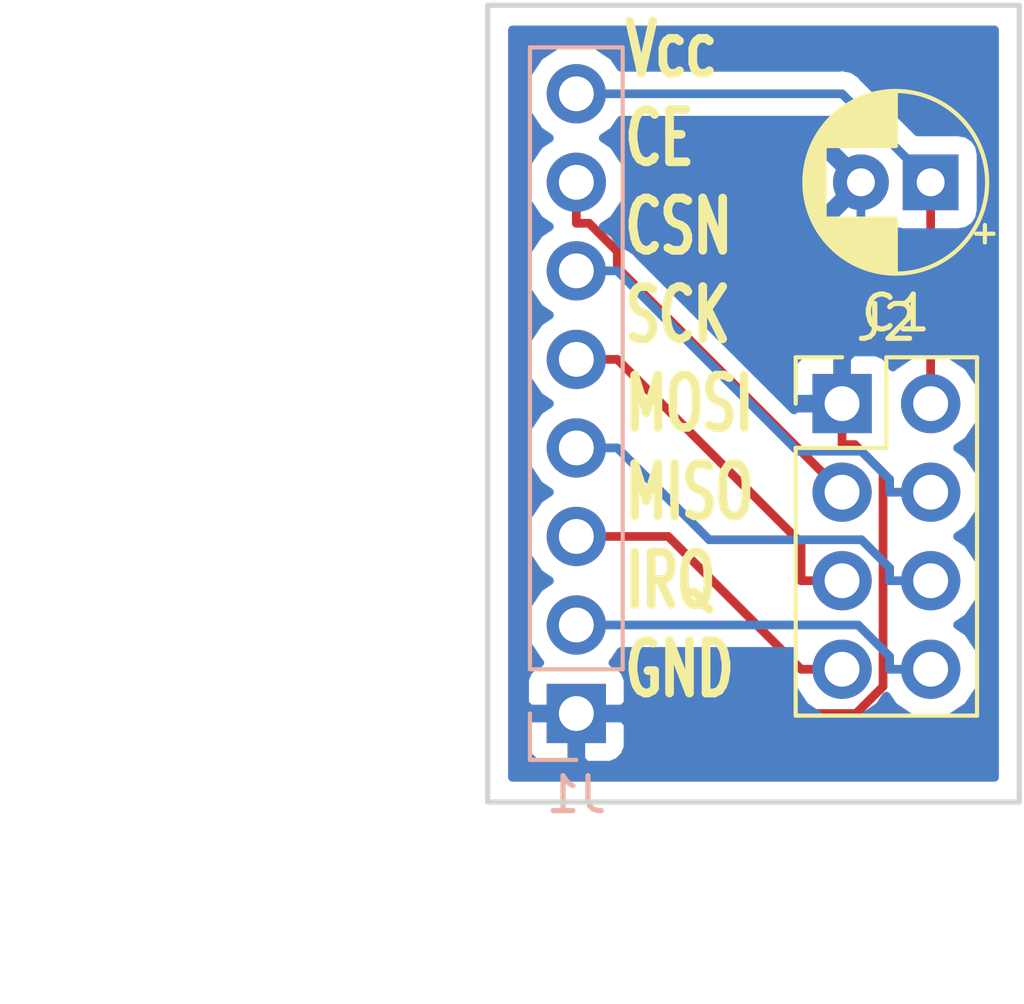
<source format=kicad_pcb>
(kicad_pcb (version 20171130) (host pcbnew 5.0.2+dfsg1-1~bpo9+1)

  (general
    (thickness 1.6)
    (drawings 14)
    (tracks 40)
    (zones 0)
    (modules 3)
    (nets 9)
  )

  (page A4)
  (layers
    (0 F.Cu signal)
    (31 B.Cu signal)
    (32 B.Adhes user)
    (33 F.Adhes user)
    (34 B.Paste user)
    (35 F.Paste user)
    (36 B.SilkS user)
    (37 F.SilkS user)
    (38 B.Mask user)
    (39 F.Mask user)
    (40 Dwgs.User user)
    (41 Cmts.User user)
    (42 Eco1.User user)
    (43 Eco2.User user)
    (44 Edge.Cuts user)
    (45 Margin user)
    (46 B.CrtYd user)
    (47 F.CrtYd user)
    (48 B.Fab user)
    (49 F.Fab user)
  )

  (setup
    (last_trace_width 0.25)
    (trace_clearance 0.2)
    (zone_clearance 0.508)
    (zone_45_only no)
    (trace_min 0.2)
    (segment_width 0.2)
    (edge_width 0.15)
    (via_size 0.8)
    (via_drill 0.4)
    (via_min_size 0.4)
    (via_min_drill 0.3)
    (uvia_size 0.3)
    (uvia_drill 0.1)
    (uvias_allowed no)
    (uvia_min_size 0.2)
    (uvia_min_drill 0.1)
    (pcb_text_width 0.3)
    (pcb_text_size 1.5 1.5)
    (mod_edge_width 0.15)
    (mod_text_size 1 1)
    (mod_text_width 0.15)
    (pad_size 1.524 1.524)
    (pad_drill 0.762)
    (pad_to_mask_clearance 0.051)
    (solder_mask_min_width 0.25)
    (aux_axis_origin 0 0)
    (grid_origin 125.73 78.74)
    (visible_elements FFFFFF7F)
    (pcbplotparams
      (layerselection 0x010f0_ffffffff)
      (usegerberextensions true)
      (usegerberattributes false)
      (usegerberadvancedattributes false)
      (creategerberjobfile false)
      (excludeedgelayer true)
      (linewidth 0.100000)
      (plotframeref false)
      (viasonmask false)
      (mode 1)
      (useauxorigin false)
      (hpglpennumber 1)
      (hpglpenspeed 20)
      (hpglpendiameter 15.000000)
      (psnegative false)
      (psa4output false)
      (plotreference true)
      (plotvalue true)
      (plotinvisibletext false)
      (padsonsilk false)
      (subtractmaskfromsilk false)
      (outputformat 1)
      (mirror false)
      (drillshape 0)
      (scaleselection 1)
      (outputdirectory "gerbers"))
  )

  (net 0 "")
  (net 1 "Net-(J1-Pad7)")
  (net 2 "Net-(J1-Pad6)")
  (net 3 "Net-(J1-Pad5)")
  (net 4 "Net-(J1-Pad4)")
  (net 5 "Net-(J1-Pad3)")
  (net 6 "Net-(J1-Pad2)")
  (net 7 GND)
  (net 8 VCC)

  (net_class Default "This is the default net class."
    (clearance 0.2)
    (trace_width 0.25)
    (via_dia 0.8)
    (via_drill 0.4)
    (uvia_dia 0.3)
    (uvia_drill 0.1)
    (add_net GND)
    (add_net "Net-(J1-Pad2)")
    (add_net "Net-(J1-Pad3)")
    (add_net "Net-(J1-Pad4)")
    (add_net "Net-(J1-Pad5)")
    (add_net "Net-(J1-Pad6)")
    (add_net "Net-(J1-Pad7)")
    (add_net VCC)
  )

  (module Capacitor_THT:CP_Radial_D5.0mm_P2.00mm (layer F.Cu) (tedit 5AE50EF0) (tstamp 5D0D468B)
    (at 138.43 60.96 180)
    (descr "CP, Radial series, Radial, pin pitch=2.00mm, , diameter=5mm, Electrolytic Capacitor")
    (tags "CP Radial series Radial pin pitch 2.00mm  diameter 5mm Electrolytic Capacitor")
    (path /5D00B4ED)
    (fp_text reference C1 (at 1 -3.75 180) (layer F.SilkS)
      (effects (font (size 1 1) (thickness 0.15)))
    )
    (fp_text value 10u (at 1 3.75 180) (layer F.Fab)
      (effects (font (size 1 1) (thickness 0.15)))
    )
    (fp_circle (center 1 0) (end 3.5 0) (layer F.Fab) (width 0.1))
    (fp_circle (center 1 0) (end 3.62 0) (layer F.SilkS) (width 0.12))
    (fp_circle (center 1 0) (end 3.75 0) (layer F.CrtYd) (width 0.05))
    (fp_line (start -1.133605 -1.0875) (end -0.633605 -1.0875) (layer F.Fab) (width 0.1))
    (fp_line (start -0.883605 -1.3375) (end -0.883605 -0.8375) (layer F.Fab) (width 0.1))
    (fp_line (start 1 1.04) (end 1 2.58) (layer F.SilkS) (width 0.12))
    (fp_line (start 1 -2.58) (end 1 -1.04) (layer F.SilkS) (width 0.12))
    (fp_line (start 1.04 1.04) (end 1.04 2.58) (layer F.SilkS) (width 0.12))
    (fp_line (start 1.04 -2.58) (end 1.04 -1.04) (layer F.SilkS) (width 0.12))
    (fp_line (start 1.08 -2.579) (end 1.08 -1.04) (layer F.SilkS) (width 0.12))
    (fp_line (start 1.08 1.04) (end 1.08 2.579) (layer F.SilkS) (width 0.12))
    (fp_line (start 1.12 -2.578) (end 1.12 -1.04) (layer F.SilkS) (width 0.12))
    (fp_line (start 1.12 1.04) (end 1.12 2.578) (layer F.SilkS) (width 0.12))
    (fp_line (start 1.16 -2.576) (end 1.16 -1.04) (layer F.SilkS) (width 0.12))
    (fp_line (start 1.16 1.04) (end 1.16 2.576) (layer F.SilkS) (width 0.12))
    (fp_line (start 1.2 -2.573) (end 1.2 -1.04) (layer F.SilkS) (width 0.12))
    (fp_line (start 1.2 1.04) (end 1.2 2.573) (layer F.SilkS) (width 0.12))
    (fp_line (start 1.24 -2.569) (end 1.24 -1.04) (layer F.SilkS) (width 0.12))
    (fp_line (start 1.24 1.04) (end 1.24 2.569) (layer F.SilkS) (width 0.12))
    (fp_line (start 1.28 -2.565) (end 1.28 -1.04) (layer F.SilkS) (width 0.12))
    (fp_line (start 1.28 1.04) (end 1.28 2.565) (layer F.SilkS) (width 0.12))
    (fp_line (start 1.32 -2.561) (end 1.32 -1.04) (layer F.SilkS) (width 0.12))
    (fp_line (start 1.32 1.04) (end 1.32 2.561) (layer F.SilkS) (width 0.12))
    (fp_line (start 1.36 -2.556) (end 1.36 -1.04) (layer F.SilkS) (width 0.12))
    (fp_line (start 1.36 1.04) (end 1.36 2.556) (layer F.SilkS) (width 0.12))
    (fp_line (start 1.4 -2.55) (end 1.4 -1.04) (layer F.SilkS) (width 0.12))
    (fp_line (start 1.4 1.04) (end 1.4 2.55) (layer F.SilkS) (width 0.12))
    (fp_line (start 1.44 -2.543) (end 1.44 -1.04) (layer F.SilkS) (width 0.12))
    (fp_line (start 1.44 1.04) (end 1.44 2.543) (layer F.SilkS) (width 0.12))
    (fp_line (start 1.48 -2.536) (end 1.48 -1.04) (layer F.SilkS) (width 0.12))
    (fp_line (start 1.48 1.04) (end 1.48 2.536) (layer F.SilkS) (width 0.12))
    (fp_line (start 1.52 -2.528) (end 1.52 -1.04) (layer F.SilkS) (width 0.12))
    (fp_line (start 1.52 1.04) (end 1.52 2.528) (layer F.SilkS) (width 0.12))
    (fp_line (start 1.56 -2.52) (end 1.56 -1.04) (layer F.SilkS) (width 0.12))
    (fp_line (start 1.56 1.04) (end 1.56 2.52) (layer F.SilkS) (width 0.12))
    (fp_line (start 1.6 -2.511) (end 1.6 -1.04) (layer F.SilkS) (width 0.12))
    (fp_line (start 1.6 1.04) (end 1.6 2.511) (layer F.SilkS) (width 0.12))
    (fp_line (start 1.64 -2.501) (end 1.64 -1.04) (layer F.SilkS) (width 0.12))
    (fp_line (start 1.64 1.04) (end 1.64 2.501) (layer F.SilkS) (width 0.12))
    (fp_line (start 1.68 -2.491) (end 1.68 -1.04) (layer F.SilkS) (width 0.12))
    (fp_line (start 1.68 1.04) (end 1.68 2.491) (layer F.SilkS) (width 0.12))
    (fp_line (start 1.721 -2.48) (end 1.721 -1.04) (layer F.SilkS) (width 0.12))
    (fp_line (start 1.721 1.04) (end 1.721 2.48) (layer F.SilkS) (width 0.12))
    (fp_line (start 1.761 -2.468) (end 1.761 -1.04) (layer F.SilkS) (width 0.12))
    (fp_line (start 1.761 1.04) (end 1.761 2.468) (layer F.SilkS) (width 0.12))
    (fp_line (start 1.801 -2.455) (end 1.801 -1.04) (layer F.SilkS) (width 0.12))
    (fp_line (start 1.801 1.04) (end 1.801 2.455) (layer F.SilkS) (width 0.12))
    (fp_line (start 1.841 -2.442) (end 1.841 -1.04) (layer F.SilkS) (width 0.12))
    (fp_line (start 1.841 1.04) (end 1.841 2.442) (layer F.SilkS) (width 0.12))
    (fp_line (start 1.881 -2.428) (end 1.881 -1.04) (layer F.SilkS) (width 0.12))
    (fp_line (start 1.881 1.04) (end 1.881 2.428) (layer F.SilkS) (width 0.12))
    (fp_line (start 1.921 -2.414) (end 1.921 -1.04) (layer F.SilkS) (width 0.12))
    (fp_line (start 1.921 1.04) (end 1.921 2.414) (layer F.SilkS) (width 0.12))
    (fp_line (start 1.961 -2.398) (end 1.961 -1.04) (layer F.SilkS) (width 0.12))
    (fp_line (start 1.961 1.04) (end 1.961 2.398) (layer F.SilkS) (width 0.12))
    (fp_line (start 2.001 -2.382) (end 2.001 -1.04) (layer F.SilkS) (width 0.12))
    (fp_line (start 2.001 1.04) (end 2.001 2.382) (layer F.SilkS) (width 0.12))
    (fp_line (start 2.041 -2.365) (end 2.041 -1.04) (layer F.SilkS) (width 0.12))
    (fp_line (start 2.041 1.04) (end 2.041 2.365) (layer F.SilkS) (width 0.12))
    (fp_line (start 2.081 -2.348) (end 2.081 -1.04) (layer F.SilkS) (width 0.12))
    (fp_line (start 2.081 1.04) (end 2.081 2.348) (layer F.SilkS) (width 0.12))
    (fp_line (start 2.121 -2.329) (end 2.121 -1.04) (layer F.SilkS) (width 0.12))
    (fp_line (start 2.121 1.04) (end 2.121 2.329) (layer F.SilkS) (width 0.12))
    (fp_line (start 2.161 -2.31) (end 2.161 -1.04) (layer F.SilkS) (width 0.12))
    (fp_line (start 2.161 1.04) (end 2.161 2.31) (layer F.SilkS) (width 0.12))
    (fp_line (start 2.201 -2.29) (end 2.201 -1.04) (layer F.SilkS) (width 0.12))
    (fp_line (start 2.201 1.04) (end 2.201 2.29) (layer F.SilkS) (width 0.12))
    (fp_line (start 2.241 -2.268) (end 2.241 -1.04) (layer F.SilkS) (width 0.12))
    (fp_line (start 2.241 1.04) (end 2.241 2.268) (layer F.SilkS) (width 0.12))
    (fp_line (start 2.281 -2.247) (end 2.281 -1.04) (layer F.SilkS) (width 0.12))
    (fp_line (start 2.281 1.04) (end 2.281 2.247) (layer F.SilkS) (width 0.12))
    (fp_line (start 2.321 -2.224) (end 2.321 -1.04) (layer F.SilkS) (width 0.12))
    (fp_line (start 2.321 1.04) (end 2.321 2.224) (layer F.SilkS) (width 0.12))
    (fp_line (start 2.361 -2.2) (end 2.361 -1.04) (layer F.SilkS) (width 0.12))
    (fp_line (start 2.361 1.04) (end 2.361 2.2) (layer F.SilkS) (width 0.12))
    (fp_line (start 2.401 -2.175) (end 2.401 -1.04) (layer F.SilkS) (width 0.12))
    (fp_line (start 2.401 1.04) (end 2.401 2.175) (layer F.SilkS) (width 0.12))
    (fp_line (start 2.441 -2.149) (end 2.441 -1.04) (layer F.SilkS) (width 0.12))
    (fp_line (start 2.441 1.04) (end 2.441 2.149) (layer F.SilkS) (width 0.12))
    (fp_line (start 2.481 -2.122) (end 2.481 -1.04) (layer F.SilkS) (width 0.12))
    (fp_line (start 2.481 1.04) (end 2.481 2.122) (layer F.SilkS) (width 0.12))
    (fp_line (start 2.521 -2.095) (end 2.521 -1.04) (layer F.SilkS) (width 0.12))
    (fp_line (start 2.521 1.04) (end 2.521 2.095) (layer F.SilkS) (width 0.12))
    (fp_line (start 2.561 -2.065) (end 2.561 -1.04) (layer F.SilkS) (width 0.12))
    (fp_line (start 2.561 1.04) (end 2.561 2.065) (layer F.SilkS) (width 0.12))
    (fp_line (start 2.601 -2.035) (end 2.601 -1.04) (layer F.SilkS) (width 0.12))
    (fp_line (start 2.601 1.04) (end 2.601 2.035) (layer F.SilkS) (width 0.12))
    (fp_line (start 2.641 -2.004) (end 2.641 -1.04) (layer F.SilkS) (width 0.12))
    (fp_line (start 2.641 1.04) (end 2.641 2.004) (layer F.SilkS) (width 0.12))
    (fp_line (start 2.681 -1.971) (end 2.681 -1.04) (layer F.SilkS) (width 0.12))
    (fp_line (start 2.681 1.04) (end 2.681 1.971) (layer F.SilkS) (width 0.12))
    (fp_line (start 2.721 -1.937) (end 2.721 -1.04) (layer F.SilkS) (width 0.12))
    (fp_line (start 2.721 1.04) (end 2.721 1.937) (layer F.SilkS) (width 0.12))
    (fp_line (start 2.761 -1.901) (end 2.761 -1.04) (layer F.SilkS) (width 0.12))
    (fp_line (start 2.761 1.04) (end 2.761 1.901) (layer F.SilkS) (width 0.12))
    (fp_line (start 2.801 -1.864) (end 2.801 -1.04) (layer F.SilkS) (width 0.12))
    (fp_line (start 2.801 1.04) (end 2.801 1.864) (layer F.SilkS) (width 0.12))
    (fp_line (start 2.841 -1.826) (end 2.841 -1.04) (layer F.SilkS) (width 0.12))
    (fp_line (start 2.841 1.04) (end 2.841 1.826) (layer F.SilkS) (width 0.12))
    (fp_line (start 2.881 -1.785) (end 2.881 -1.04) (layer F.SilkS) (width 0.12))
    (fp_line (start 2.881 1.04) (end 2.881 1.785) (layer F.SilkS) (width 0.12))
    (fp_line (start 2.921 -1.743) (end 2.921 -1.04) (layer F.SilkS) (width 0.12))
    (fp_line (start 2.921 1.04) (end 2.921 1.743) (layer F.SilkS) (width 0.12))
    (fp_line (start 2.961 -1.699) (end 2.961 -1.04) (layer F.SilkS) (width 0.12))
    (fp_line (start 2.961 1.04) (end 2.961 1.699) (layer F.SilkS) (width 0.12))
    (fp_line (start 3.001 -1.653) (end 3.001 -1.04) (layer F.SilkS) (width 0.12))
    (fp_line (start 3.001 1.04) (end 3.001 1.653) (layer F.SilkS) (width 0.12))
    (fp_line (start 3.041 -1.605) (end 3.041 1.605) (layer F.SilkS) (width 0.12))
    (fp_line (start 3.081 -1.554) (end 3.081 1.554) (layer F.SilkS) (width 0.12))
    (fp_line (start 3.121 -1.5) (end 3.121 1.5) (layer F.SilkS) (width 0.12))
    (fp_line (start 3.161 -1.443) (end 3.161 1.443) (layer F.SilkS) (width 0.12))
    (fp_line (start 3.201 -1.383) (end 3.201 1.383) (layer F.SilkS) (width 0.12))
    (fp_line (start 3.241 -1.319) (end 3.241 1.319) (layer F.SilkS) (width 0.12))
    (fp_line (start 3.281 -1.251) (end 3.281 1.251) (layer F.SilkS) (width 0.12))
    (fp_line (start 3.321 -1.178) (end 3.321 1.178) (layer F.SilkS) (width 0.12))
    (fp_line (start 3.361 -1.098) (end 3.361 1.098) (layer F.SilkS) (width 0.12))
    (fp_line (start 3.401 -1.011) (end 3.401 1.011) (layer F.SilkS) (width 0.12))
    (fp_line (start 3.441 -0.915) (end 3.441 0.915) (layer F.SilkS) (width 0.12))
    (fp_line (start 3.481 -0.805) (end 3.481 0.805) (layer F.SilkS) (width 0.12))
    (fp_line (start 3.521 -0.677) (end 3.521 0.677) (layer F.SilkS) (width 0.12))
    (fp_line (start 3.561 -0.518) (end 3.561 0.518) (layer F.SilkS) (width 0.12))
    (fp_line (start 3.601 -0.284) (end 3.601 0.284) (layer F.SilkS) (width 0.12))
    (fp_line (start -1.804775 -1.475) (end -1.304775 -1.475) (layer F.SilkS) (width 0.12))
    (fp_line (start -1.554775 -1.725) (end -1.554775 -1.225) (layer F.SilkS) (width 0.12))
    (fp_text user %R (at 1 0 180) (layer F.Fab)
      (effects (font (size 1 1) (thickness 0.15)))
    )
    (pad 1 thru_hole rect (at 0 0 180) (size 1.6 1.6) (drill 0.8) (layers *.Cu *.Mask)
      (net 8 VCC))
    (pad 2 thru_hole circle (at 2 0 180) (size 1.6 1.6) (drill 0.8) (layers *.Cu *.Mask)
      (net 7 GND))
    (model ${KISYS3DMOD}/Capacitor_THT.3dshapes/CP_Radial_D5.0mm_P2.00mm.wrl
      (at (xyz 0 0 0))
      (scale (xyz 1 1 1))
      (rotate (xyz 0 0 0))
    )
  )

  (module Connector_PinHeader_2.54mm:PinHeader_1x08_P2.54mm_Vertical (layer B.Cu) (tedit 5D00B4E3) (tstamp 5D0D4608)
    (at 128.27 76.2)
    (descr "Through hole straight pin header, 1x08, 2.54mm pitch, single row")
    (tags "Through hole pin header THT 1x08 2.54mm single row")
    (path /5D00B283)
    (fp_text reference J1 (at 0 2.33) (layer B.SilkS)
      (effects (font (size 1 1) (thickness 0.15)) (justify mirror))
    )
    (fp_text value Conn_01x08_Female (at 0 -20.11) (layer B.Fab) hide
      (effects (font (size 1 1) (thickness 0.15)) (justify mirror))
    )
    (fp_line (start -0.635 1.27) (end 1.27 1.27) (layer B.Fab) (width 0.1))
    (fp_line (start 1.27 1.27) (end 1.27 -19.05) (layer B.Fab) (width 0.1))
    (fp_line (start 1.27 -19.05) (end -1.27 -19.05) (layer B.Fab) (width 0.1))
    (fp_line (start -1.27 -19.05) (end -1.27 0.635) (layer B.Fab) (width 0.1))
    (fp_line (start -1.27 0.635) (end -0.635 1.27) (layer B.Fab) (width 0.1))
    (fp_line (start -1.33 -19.11) (end 1.33 -19.11) (layer B.SilkS) (width 0.12))
    (fp_line (start -1.33 -1.27) (end -1.33 -19.11) (layer B.SilkS) (width 0.12))
    (fp_line (start 1.33 -1.27) (end 1.33 -19.11) (layer B.SilkS) (width 0.12))
    (fp_line (start -1.33 -1.27) (end 1.33 -1.27) (layer B.SilkS) (width 0.12))
    (fp_line (start -1.33 0) (end -1.33 1.33) (layer B.SilkS) (width 0.12))
    (fp_line (start -1.33 1.33) (end 0 1.33) (layer B.SilkS) (width 0.12))
    (fp_line (start -1.8 1.8) (end -1.8 -19.55) (layer B.CrtYd) (width 0.05))
    (fp_line (start -1.8 -19.55) (end 1.8 -19.55) (layer B.CrtYd) (width 0.05))
    (fp_line (start 1.8 -19.55) (end 1.8 1.8) (layer B.CrtYd) (width 0.05))
    (fp_line (start 1.8 1.8) (end -1.8 1.8) (layer B.CrtYd) (width 0.05))
    (fp_text user %R (at 0 -8.89 -90) (layer B.Fab)
      (effects (font (size 1 1) (thickness 0.15)) (justify mirror))
    )
    (pad 1 thru_hole rect (at 0 0) (size 1.7 1.7) (drill 1) (layers *.Cu *.Mask)
      (net 7 GND))
    (pad 2 thru_hole oval (at 0 -2.54) (size 1.7 1.7) (drill 1) (layers *.Cu *.Mask)
      (net 6 "Net-(J1-Pad2)"))
    (pad 3 thru_hole oval (at 0 -5.08) (size 1.7 1.7) (drill 1) (layers *.Cu *.Mask)
      (net 5 "Net-(J1-Pad3)"))
    (pad 4 thru_hole oval (at 0 -7.62) (size 1.7 1.7) (drill 1) (layers *.Cu *.Mask)
      (net 4 "Net-(J1-Pad4)"))
    (pad 5 thru_hole oval (at 0 -10.16) (size 1.7 1.7) (drill 1) (layers *.Cu *.Mask)
      (net 3 "Net-(J1-Pad5)"))
    (pad 6 thru_hole oval (at 0 -12.7) (size 1.7 1.7) (drill 1) (layers *.Cu *.Mask)
      (net 2 "Net-(J1-Pad6)"))
    (pad 7 thru_hole oval (at 0 -15.24) (size 1.7 1.7) (drill 1) (layers *.Cu *.Mask)
      (net 1 "Net-(J1-Pad7)"))
    (pad 8 thru_hole oval (at 0 -17.78) (size 1.7 1.7) (drill 1) (layers *.Cu *.Mask)
      (net 8 VCC))
    (model ${KISYS3DMOD}/Connector_PinHeader_2.54mm.3dshapes/PinHeader_1x08_P2.54mm_Vertical.wrl
      (at (xyz 0 0 0))
      (scale (xyz 1 1 1))
      (rotate (xyz 0 0 0))
    )
  )

  (module Connector_PinHeader_2.54mm:PinHeader_2x04_P2.54mm_Vertical (layer F.Cu) (tedit 59FED5CC) (tstamp 5D0D45EC)
    (at 135.89 67.31)
    (descr "Through hole straight pin header, 2x04, 2.54mm pitch, double rows")
    (tags "Through hole pin header THT 2x04 2.54mm double row")
    (path /5D00B3F5)
    (fp_text reference J2 (at 1.27 -2.33) (layer F.SilkS)
      (effects (font (size 1 1) (thickness 0.15)))
    )
    (fp_text value nrf24l01 (at 1.27 9.95) (layer F.Fab)
      (effects (font (size 1 1) (thickness 0.15)))
    )
    (fp_line (start 0 -1.27) (end 3.81 -1.27) (layer F.Fab) (width 0.1))
    (fp_line (start 3.81 -1.27) (end 3.81 8.89) (layer F.Fab) (width 0.1))
    (fp_line (start 3.81 8.89) (end -1.27 8.89) (layer F.Fab) (width 0.1))
    (fp_line (start -1.27 8.89) (end -1.27 0) (layer F.Fab) (width 0.1))
    (fp_line (start -1.27 0) (end 0 -1.27) (layer F.Fab) (width 0.1))
    (fp_line (start -1.33 8.95) (end 3.87 8.95) (layer F.SilkS) (width 0.12))
    (fp_line (start -1.33 1.27) (end -1.33 8.95) (layer F.SilkS) (width 0.12))
    (fp_line (start 3.87 -1.33) (end 3.87 8.95) (layer F.SilkS) (width 0.12))
    (fp_line (start -1.33 1.27) (end 1.27 1.27) (layer F.SilkS) (width 0.12))
    (fp_line (start 1.27 1.27) (end 1.27 -1.33) (layer F.SilkS) (width 0.12))
    (fp_line (start 1.27 -1.33) (end 3.87 -1.33) (layer F.SilkS) (width 0.12))
    (fp_line (start -1.33 0) (end -1.33 -1.33) (layer F.SilkS) (width 0.12))
    (fp_line (start -1.33 -1.33) (end 0 -1.33) (layer F.SilkS) (width 0.12))
    (fp_line (start -1.8 -1.8) (end -1.8 9.4) (layer F.CrtYd) (width 0.05))
    (fp_line (start -1.8 9.4) (end 4.35 9.4) (layer F.CrtYd) (width 0.05))
    (fp_line (start 4.35 9.4) (end 4.35 -1.8) (layer F.CrtYd) (width 0.05))
    (fp_line (start 4.35 -1.8) (end -1.8 -1.8) (layer F.CrtYd) (width 0.05))
    (fp_text user %R (at 1.27 3.81 90) (layer F.Fab)
      (effects (font (size 1 1) (thickness 0.15)))
    )
    (pad 1 thru_hole rect (at 0 0) (size 1.7 1.7) (drill 1) (layers *.Cu *.Mask)
      (net 7 GND))
    (pad 2 thru_hole oval (at 2.54 0) (size 1.7 1.7) (drill 1) (layers *.Cu *.Mask)
      (net 8 VCC))
    (pad 3 thru_hole oval (at 0 2.54) (size 1.7 1.7) (drill 1) (layers *.Cu *.Mask)
      (net 1 "Net-(J1-Pad7)"))
    (pad 4 thru_hole oval (at 2.54 2.54) (size 1.7 1.7) (drill 1) (layers *.Cu *.Mask)
      (net 2 "Net-(J1-Pad6)"))
    (pad 5 thru_hole oval (at 0 5.08) (size 1.7 1.7) (drill 1) (layers *.Cu *.Mask)
      (net 3 "Net-(J1-Pad5)"))
    (pad 6 thru_hole oval (at 2.54 5.08) (size 1.7 1.7) (drill 1) (layers *.Cu *.Mask)
      (net 4 "Net-(J1-Pad4)"))
    (pad 7 thru_hole oval (at 0 7.62) (size 1.7 1.7) (drill 1) (layers *.Cu *.Mask)
      (net 5 "Net-(J1-Pad3)"))
    (pad 8 thru_hole oval (at 2.54 7.62) (size 1.7 1.7) (drill 1) (layers *.Cu *.Mask)
      (net 6 "Net-(J1-Pad2)"))
    (model ${KISYS3DMOD}/Connector_PinHeader_2.54mm.3dshapes/PinHeader_2x04_P2.54mm_Vertical.wrl
      (at (xyz 0 0 0))
      (scale (xyz 1 1 1))
      (rotate (xyz 0 0 0))
    )
  )

  (gr_text "GND\n" (at 129.54 74.93) (layer F.SilkS) (tstamp 5D0D4DA9)
    (effects (font (size 1.5 1) (thickness 0.25)) (justify left))
  )
  (gr_text IRQ (at 129.54 72.39) (layer F.SilkS) (tstamp 5D0D4DA6)
    (effects (font (size 1.5 1) (thickness 0.25)) (justify left))
  )
  (gr_text MISO (at 129.54 69.85) (layer F.SilkS) (tstamp 5D0D4DA3)
    (effects (font (size 1.5 1) (thickness 0.25)) (justify left))
  )
  (gr_text MOSI (at 129.54 67.31) (layer F.SilkS) (tstamp 5D0D4DA0)
    (effects (font (size 1.5 1) (thickness 0.25)) (justify left))
  )
  (gr_text SCK (at 129.54 64.77) (layer F.SilkS) (tstamp 5D0D4D9D)
    (effects (font (size 1.5 1) (thickness 0.25)) (justify left))
  )
  (gr_text "CSN\n" (at 129.54 62.23) (layer F.SilkS) (tstamp 5D0D4D9A)
    (effects (font (size 1.5 1) (thickness 0.25)) (justify left))
  )
  (gr_text "CE\n" (at 129.54 59.69) (layer F.SilkS) (tstamp 5D0D4D97)
    (effects (font (size 1.5 1) (thickness 0.25)) (justify left))
  )
  (gr_text Vcc (at 129.54 57.15) (layer F.SilkS)
    (effects (font (size 1.5 1) (thickness 0.25)) (justify left))
  )
  (dimension 22.86 (width 0.3) (layer Dwgs.User)
    (gr_text "22.860 mm" (at 117.28 67.31 90) (layer Dwgs.User)
      (effects (font (size 1.5 1.5) (thickness 0.3)))
    )
    (feature1 (pts (xy 121.92 55.88) (xy 118.793579 55.88)))
    (feature2 (pts (xy 121.92 78.74) (xy 118.793579 78.74)))
    (crossbar (pts (xy 119.38 78.74) (xy 119.38 55.88)))
    (arrow1a (pts (xy 119.38 55.88) (xy 119.966421 57.006504)))
    (arrow1b (pts (xy 119.38 55.88) (xy 118.793579 57.006504)))
    (arrow2a (pts (xy 119.38 78.74) (xy 119.966421 77.613496)))
    (arrow2b (pts (xy 119.38 78.74) (xy 118.793579 77.613496)))
  )
  (dimension 15.24 (width 0.3) (layer Dwgs.User)
    (gr_text "15.240 mm" (at 133.35 85.92) (layer Dwgs.User)
      (effects (font (size 1.5 1.5) (thickness 0.3)))
    )
    (feature1 (pts (xy 140.97 82.55) (xy 140.97 84.406421)))
    (feature2 (pts (xy 125.73 82.55) (xy 125.73 84.406421)))
    (crossbar (pts (xy 125.73 83.82) (xy 140.97 83.82)))
    (arrow1a (pts (xy 140.97 83.82) (xy 139.843496 84.406421)))
    (arrow1b (pts (xy 140.97 83.82) (xy 139.843496 83.233579)))
    (arrow2a (pts (xy 125.73 83.82) (xy 126.856504 84.406421)))
    (arrow2b (pts (xy 125.73 83.82) (xy 126.856504 83.233579)))
  )
  (gr_line (start 125.73 78.74) (end 125.73 55.88) (layer Edge.Cuts) (width 0.15))
  (gr_line (start 140.97 78.74) (end 125.73 78.74) (layer Edge.Cuts) (width 0.15))
  (gr_line (start 140.97 55.88) (end 140.97 78.74) (layer Edge.Cuts) (width 0.15))
  (gr_line (start 125.73 55.88) (end 140.97 55.88) (layer Edge.Cuts) (width 0.15))

  (segment (start 135.89 67.31) (end 135.89 66.1347) (width 0.25) (layer B.Cu) (net 7))
  (segment (start 135.89 66.1347) (end 136.43 65.5947) (width 0.25) (layer B.Cu) (net 7))
  (segment (start 136.43 65.5947) (end 136.43 60.96) (width 0.25) (layer B.Cu) (net 7))
  (segment (start 135.89 67.31) (end 135.89 68.4853) (width 0.25) (layer F.Cu) (net 7))
  (segment (start 135.89 68.4853) (end 136.2573 68.4853) (width 0.25) (layer F.Cu) (net 7))
  (segment (start 136.2573 68.4853) (end 137.0654 69.2934) (width 0.25) (layer F.Cu) (net 7))
  (segment (start 137.0654 69.2934) (end 137.0654 75.4244) (width 0.25) (layer F.Cu) (net 7))
  (segment (start 137.0654 75.4244) (end 136.2898 76.2) (width 0.25) (layer F.Cu) (net 7))
  (segment (start 136.2898 76.2) (end 128.27 76.2) (width 0.25) (layer F.Cu) (net 7))
  (segment (start 128.27 58.42) (end 135.89 58.42) (width 0.25) (layer B.Cu) (net 8))
  (segment (start 135.89 58.42) (end 138.43 60.96) (width 0.25) (layer B.Cu) (net 8))
  (segment (start 138.43 67.31) (end 138.43 60.96) (width 0.25) (layer F.Cu) (net 8))
  (segment (start 128.27 60.96) (end 128.27 62.1353) (width 0.25) (layer F.Cu) (net 1))
  (segment (start 135.89 69.85) (end 129.4453 63.4053) (width 0.25) (layer F.Cu) (net 1))
  (segment (start 129.4453 63.4053) (end 129.4453 62.9432) (width 0.25) (layer F.Cu) (net 1))
  (segment (start 129.4453 62.9432) (end 128.6374 62.1353) (width 0.25) (layer F.Cu) (net 1))
  (segment (start 128.6374 62.1353) (end 128.27 62.1353) (width 0.25) (layer F.Cu) (net 1))
  (segment (start 128.27 63.5) (end 129.4453 63.5) (width 0.25) (layer B.Cu) (net 2))
  (segment (start 138.43 69.85) (end 137.2547 69.85) (width 0.25) (layer B.Cu) (net 2))
  (segment (start 137.2547 69.85) (end 137.2547 69.4826) (width 0.25) (layer B.Cu) (net 2))
  (segment (start 137.2547 69.4826) (end 136.4468 68.6747) (width 0.25) (layer B.Cu) (net 2))
  (segment (start 136.4468 68.6747) (end 134.62 68.6747) (width 0.25) (layer B.Cu) (net 2))
  (segment (start 134.62 68.6747) (end 129.4453 63.5) (width 0.25) (layer B.Cu) (net 2))
  (segment (start 135.89 72.39) (end 134.7147 72.39) (width 0.25) (layer F.Cu) (net 3))
  (segment (start 128.27 66.04) (end 129.4453 66.04) (width 0.25) (layer F.Cu) (net 3))
  (segment (start 134.7147 72.39) (end 134.7147 71.3094) (width 0.25) (layer F.Cu) (net 3))
  (segment (start 134.7147 71.3094) (end 129.4453 66.04) (width 0.25) (layer F.Cu) (net 3))
  (segment (start 137.2547 72.39) (end 137.2547 72.0226) (width 0.25) (layer B.Cu) (net 4))
  (segment (start 137.2547 72.0226) (end 136.4468 71.2147) (width 0.25) (layer B.Cu) (net 4))
  (segment (start 136.4468 71.2147) (end 132.08 71.2147) (width 0.25) (layer B.Cu) (net 4))
  (segment (start 132.08 71.2147) (end 129.4453 68.58) (width 0.25) (layer B.Cu) (net 4))
  (segment (start 128.27 68.58) (end 129.4453 68.58) (width 0.25) (layer B.Cu) (net 4))
  (segment (start 138.43 72.39) (end 137.2547 72.39) (width 0.25) (layer B.Cu) (net 4))
  (segment (start 135.89 74.93) (end 134.7147 74.93) (width 0.25) (layer F.Cu) (net 5))
  (segment (start 134.7147 74.93) (end 130.9047 71.12) (width 0.25) (layer F.Cu) (net 5))
  (segment (start 130.9047 71.12) (end 128.27 71.12) (width 0.25) (layer F.Cu) (net 5))
  (segment (start 138.43 74.93) (end 137.2547 74.93) (width 0.25) (layer B.Cu) (net 6))
  (segment (start 137.2547 74.93) (end 137.2547 74.5627) (width 0.25) (layer B.Cu) (net 6))
  (segment (start 137.2547 74.5627) (end 136.352 73.66) (width 0.25) (layer B.Cu) (net 6))
  (segment (start 136.352 73.66) (end 128.27 73.66) (width 0.25) (layer B.Cu) (net 6))

  (zone (net 7) (net_name GND) (layer B.Cu) (tstamp 5D0D4DB9) (hatch edge 0.508)
    (connect_pads (clearance 0.508))
    (min_thickness 0.254)
    (fill yes (arc_segments 16) (thermal_gap 0.508) (thermal_bridge_width 0.508))
    (polygon
      (pts
        (xy 125.73 55.88) (xy 140.97 55.88) (xy 140.97 78.74) (xy 125.73 78.74)
      )
    )
    (filled_polygon
      (pts
        (xy 140.260001 78.03) (xy 126.44 78.03) (xy 126.44 76.48575) (xy 126.785 76.48575) (xy 126.785 77.17631)
        (xy 126.881673 77.409699) (xy 127.060302 77.588327) (xy 127.293691 77.685) (xy 127.98425 77.685) (xy 128.143 77.52625)
        (xy 128.143 76.327) (xy 128.397 76.327) (xy 128.397 77.52625) (xy 128.55575 77.685) (xy 129.246309 77.685)
        (xy 129.479698 77.588327) (xy 129.658327 77.409699) (xy 129.755 77.17631) (xy 129.755 76.48575) (xy 129.59625 76.327)
        (xy 128.397 76.327) (xy 128.143 76.327) (xy 126.94375 76.327) (xy 126.785 76.48575) (xy 126.44 76.48575)
        (xy 126.44 58.42) (xy 126.755908 58.42) (xy 126.871161 58.999418) (xy 127.199375 59.490625) (xy 127.497761 59.69)
        (xy 127.199375 59.889375) (xy 126.871161 60.380582) (xy 126.755908 60.96) (xy 126.871161 61.539418) (xy 127.199375 62.030625)
        (xy 127.497761 62.23) (xy 127.199375 62.429375) (xy 126.871161 62.920582) (xy 126.755908 63.5) (xy 126.871161 64.079418)
        (xy 127.199375 64.570625) (xy 127.497761 64.77) (xy 127.199375 64.969375) (xy 126.871161 65.460582) (xy 126.755908 66.04)
        (xy 126.871161 66.619418) (xy 127.199375 67.110625) (xy 127.497761 67.31) (xy 127.199375 67.509375) (xy 126.871161 68.000582)
        (xy 126.755908 68.58) (xy 126.871161 69.159418) (xy 127.199375 69.650625) (xy 127.497761 69.85) (xy 127.199375 70.049375)
        (xy 126.871161 70.540582) (xy 126.755908 71.12) (xy 126.871161 71.699418) (xy 127.199375 72.190625) (xy 127.497761 72.39)
        (xy 127.199375 72.589375) (xy 126.871161 73.080582) (xy 126.755908 73.66) (xy 126.871161 74.239418) (xy 127.199375 74.730625)
        (xy 127.221033 74.745096) (xy 127.060302 74.811673) (xy 126.881673 74.990301) (xy 126.785 75.22369) (xy 126.785 75.91425)
        (xy 126.94375 76.073) (xy 128.143 76.073) (xy 128.143 76.053) (xy 128.397 76.053) (xy 128.397 76.073)
        (xy 129.59625 76.073) (xy 129.755 75.91425) (xy 129.755 75.22369) (xy 129.658327 74.990301) (xy 129.479698 74.811673)
        (xy 129.318967 74.745096) (xy 129.340625 74.730625) (xy 129.548178 74.42) (xy 134.477353 74.42) (xy 134.375908 74.93)
        (xy 134.491161 75.509418) (xy 134.819375 76.000625) (xy 135.310582 76.328839) (xy 135.743744 76.415) (xy 136.036256 76.415)
        (xy 136.469418 76.328839) (xy 136.960625 76.000625) (xy 137.16 75.702239) (xy 137.359375 76.000625) (xy 137.850582 76.328839)
        (xy 138.283744 76.415) (xy 138.576256 76.415) (xy 139.009418 76.328839) (xy 139.500625 76.000625) (xy 139.828839 75.509418)
        (xy 139.944092 74.93) (xy 139.828839 74.350582) (xy 139.500625 73.859375) (xy 139.202239 73.66) (xy 139.500625 73.460625)
        (xy 139.828839 72.969418) (xy 139.944092 72.39) (xy 139.828839 71.810582) (xy 139.500625 71.319375) (xy 139.202239 71.12)
        (xy 139.500625 70.920625) (xy 139.828839 70.429418) (xy 139.944092 69.85) (xy 139.828839 69.270582) (xy 139.500625 68.779375)
        (xy 139.202239 68.58) (xy 139.500625 68.380625) (xy 139.828839 67.889418) (xy 139.944092 67.31) (xy 139.828839 66.730582)
        (xy 139.500625 66.239375) (xy 139.009418 65.911161) (xy 138.576256 65.825) (xy 138.283744 65.825) (xy 137.850582 65.911161)
        (xy 137.359375 66.239375) (xy 137.344904 66.261032) (xy 137.278327 66.100301) (xy 137.099698 65.921673) (xy 136.866309 65.825)
        (xy 136.17575 65.825) (xy 136.017 65.98375) (xy 136.017 67.183) (xy 136.037 67.183) (xy 136.037 67.437)
        (xy 136.017 67.437) (xy 136.017 67.457) (xy 135.763 67.457) (xy 135.763 67.437) (xy 134.56375 67.437)
        (xy 134.510426 67.490324) (xy 133.353792 66.33369) (xy 134.405 66.33369) (xy 134.405 67.02425) (xy 134.56375 67.183)
        (xy 135.763 67.183) (xy 135.763 65.98375) (xy 135.60425 65.825) (xy 134.913691 65.825) (xy 134.680302 65.921673)
        (xy 134.501673 66.100301) (xy 134.405 66.33369) (xy 133.353792 66.33369) (xy 130.035631 63.01553) (xy 129.993229 62.952071)
        (xy 129.741837 62.784096) (xy 129.552474 62.746429) (xy 129.340625 62.429375) (xy 129.042239 62.23) (xy 129.340625 62.030625)
        (xy 129.668839 61.539418) (xy 129.784092 60.96) (xy 129.740973 60.743223) (xy 134.983035 60.743223) (xy 135.010222 61.313454)
        (xy 135.176136 61.714005) (xy 135.422255 61.788139) (xy 136.250395 60.96) (xy 135.422255 60.131861) (xy 135.176136 60.205995)
        (xy 134.983035 60.743223) (xy 129.740973 60.743223) (xy 129.668839 60.380582) (xy 129.340625 59.889375) (xy 129.042239 59.69)
        (xy 129.340625 59.490625) (xy 129.548178 59.18) (xy 135.575199 59.18) (xy 135.976755 59.581557) (xy 135.675995 59.706136)
        (xy 135.601861 59.952255) (xy 136.43 60.780395) (xy 136.444142 60.766252) (xy 136.623748 60.945858) (xy 136.609605 60.96)
        (xy 136.623748 60.974143) (xy 136.444142 61.153748) (xy 136.43 61.139605) (xy 135.601861 61.967745) (xy 135.675995 62.213864)
        (xy 136.213223 62.406965) (xy 136.783454 62.379778) (xy 137.173067 62.218395) (xy 137.382235 62.358157) (xy 137.63 62.40744)
        (xy 139.23 62.40744) (xy 139.477765 62.358157) (xy 139.687809 62.217809) (xy 139.828157 62.007765) (xy 139.87744 61.76)
        (xy 139.87744 60.16) (xy 139.828157 59.912235) (xy 139.687809 59.702191) (xy 139.477765 59.561843) (xy 139.23 59.51256)
        (xy 138.057362 59.51256) (xy 136.480331 57.93553) (xy 136.437929 57.872071) (xy 136.186537 57.704096) (xy 135.964852 57.66)
        (xy 135.964847 57.66) (xy 135.89 57.645112) (xy 135.815153 57.66) (xy 129.548178 57.66) (xy 129.340625 57.349375)
        (xy 128.849418 57.021161) (xy 128.416256 56.935) (xy 128.123744 56.935) (xy 127.690582 57.021161) (xy 127.199375 57.349375)
        (xy 126.871161 57.840582) (xy 126.755908 58.42) (xy 126.44 58.42) (xy 126.44 56.59) (xy 140.26 56.59)
      )
    )
  )
)

</source>
